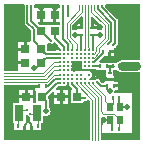
<source format=gtl>
G04*
G04 #@! TF.GenerationSoftware,Altium Limited,Altium Designer,19.0.15 (446)*
G04*
G04 Layer_Physical_Order=1*
G04 Layer_Color=255*
%FSLAX24Y24*%
%MOIN*%
G70*
G01*
G75*
%ADD10C,0.0079*%
%ADD12C,0.0049*%
%ADD13R,0.0315X0.0295*%
%ADD14R,0.0295X0.0315*%
%ADD15R,0.0106X0.0118*%
%ADD16R,0.0217X0.0256*%
%ADD17C,0.0079*%
%ADD18R,0.0295X0.0551*%
%ADD19R,0.0118X0.0106*%
%ADD28C,0.0090*%
%ADD29C,0.0080*%
%ADD30C,0.0300*%
%ADD31R,0.0354X0.0354*%
%ADD32R,0.0315X0.0300*%
%ADD33C,0.0197*%
%ADD34C,0.0098*%
G36*
X-473Y1977D02*
Y1870D01*
X-600D01*
Y1644D01*
Y1417D01*
X-473D01*
Y1319D01*
X-866D01*
X-866Y1319D01*
X-896D01*
Y1319D01*
X-916Y1319D01*
X-1179D01*
X-1231Y1371D01*
X-1212Y1417D01*
X-1162D01*
Y1644D01*
Y1870D01*
X-1338D01*
Y1978D01*
X-1293Y2007D01*
X-518D01*
X-473Y1977D01*
D02*
G37*
G36*
X280Y1587D02*
Y1346D01*
X277D01*
Y1214D01*
X227D01*
Y1164D01*
X81D01*
X80Y1164D01*
X40Y1139D01*
X35Y1140D01*
X10Y1142D01*
X-15Y1140D01*
X-28Y1137D01*
X-57Y1152D01*
X-78Y1172D01*
Y1294D01*
X234Y1606D01*
X280Y1587D01*
D02*
G37*
G36*
X935Y1265D02*
Y1172D01*
X914Y1152D01*
X885Y1137D01*
X871Y1140D01*
X846Y1142D01*
X822Y1140D01*
X798Y1134D01*
X788Y1131D01*
X752Y1147D01*
X738Y1161D01*
Y1164D01*
X600D01*
Y1214D01*
X550D01*
Y1346D01*
X547D01*
Y1588D01*
X593Y1607D01*
X935Y1265D01*
D02*
G37*
G36*
X-638Y739D02*
X-539Y641D01*
X-538Y620D01*
X-540Y613D01*
X-442Y515D01*
Y482D01*
X-461Y463D01*
X-621D01*
X-637Y447D01*
X-646Y443D01*
X-906D01*
Y682D01*
X-887Y695D01*
X-856Y703D01*
X-851Y700D01*
X-837Y691D01*
X-821Y684D01*
X-804Y680D01*
X-787Y679D01*
X-770Y680D01*
X-754Y684D01*
X-738Y691D01*
X-724Y700D01*
X-711Y711D01*
X-700Y724D01*
X-697Y728D01*
X-661Y739D01*
X-638Y739D01*
X-638Y739D01*
D02*
G37*
G36*
X2184Y131D02*
X2037D01*
X2037Y131D01*
X1588D01*
X1562Y129D01*
X1536Y124D01*
X1511Y116D01*
X1488Y104D01*
X1466Y90D01*
X1446Y72D01*
X1434Y58D01*
X1388Y49D01*
X1388Y49D01*
X1163D01*
Y49D01*
X853D01*
X834Y95D01*
X1008Y269D01*
X1053Y281D01*
X1053Y281D01*
X1135D01*
Y418D01*
X1185D01*
Y468D01*
X1317D01*
Y526D01*
X1318Y527D01*
X1334Y533D01*
X1348Y542D01*
X1361Y553D01*
X1372Y566D01*
X1381Y581D01*
X1386Y591D01*
X1428Y634D01*
X1428Y634D01*
X1441Y649D01*
X1450Y666D01*
X1455Y684D01*
X1457Y704D01*
X1457Y704D01*
Y1440D01*
X1457Y1440D01*
X1455Y1460D01*
X1450Y1478D01*
X1441Y1495D01*
X1428Y1510D01*
X1428Y1510D01*
X1014Y1924D01*
X1015Y1982D01*
X1037Y2004D01*
X1045Y2007D01*
X2184D01*
Y131D01*
D02*
G37*
G36*
X-1664Y1978D02*
Y1384D01*
X-1664Y1384D01*
X-1662Y1365D01*
X-1656Y1346D01*
X-1647Y1329D01*
X-1635Y1314D01*
X-1457Y1136D01*
Y763D01*
X-1457Y763D01*
X-1501Y744D01*
X-1505Y743D01*
X-1594D01*
Y507D01*
X-1644D01*
Y457D01*
X-1870D01*
Y271D01*
Y94D01*
X-1644D01*
Y-6D01*
X-1870D01*
Y-192D01*
X-1908Y-221D01*
X-2343D01*
X-2361Y-173D01*
Y2007D01*
X-1709D01*
X-1664Y1978D01*
D02*
G37*
G36*
X565Y-151D02*
X582Y-160D01*
X601Y-166D01*
X620Y-168D01*
X620Y-168D01*
X733D01*
Y-187D01*
X1055D01*
Y-379D01*
X1035D01*
Y-461D01*
X1310D01*
Y-379D01*
X1291D01*
Y-187D01*
X1388D01*
Y-187D01*
X1434Y-196D01*
X1446Y-210D01*
X1466Y-227D01*
X1488Y-242D01*
X1511Y-253D01*
X1536Y-262D01*
X1562Y-267D01*
X1588Y-268D01*
X2037D01*
X2037Y-268D01*
X2184D01*
Y-2538D01*
X930D01*
X881Y-2520D01*
Y-1794D01*
X885Y-1788D01*
X931Y-1768D01*
X937Y-1773D01*
X935Y-2303D01*
X1919D01*
Y-965D01*
X1370D01*
X1351Y-950D01*
X1328Y-915D01*
X1329Y-905D01*
X1368Y-859D01*
X1445D01*
Y-771D01*
X1313D01*
Y-671D01*
X1445D01*
Y-584D01*
X1310D01*
Y-561D01*
X1035D01*
Y-603D01*
X977D01*
Y-622D01*
X922D01*
X861Y-561D01*
X857Y-551D01*
X848Y-536D01*
X837Y-523D01*
X824Y-512D01*
X809Y-503D01*
X794Y-497D01*
X777Y-493D01*
X760Y-491D01*
X743Y-493D01*
X726Y-497D01*
X711Y-503D01*
X696Y-512D01*
X683Y-523D01*
X672Y-536D01*
X672Y-536D01*
X658Y-529D01*
X639Y-523D01*
X620Y-521D01*
X601Y-523D01*
X582Y-529D01*
X565Y-538D01*
X551Y-549D01*
X537Y-538D01*
X520Y-529D01*
X503Y-523D01*
X488Y-497D01*
X486Y-487D01*
X510Y-451D01*
X516Y-449D01*
X532Y-443D01*
X544Y-435D01*
X550Y-440D01*
X566Y-450D01*
X570Y-452D01*
Y-410D01*
X570Y-410D01*
X579Y-395D01*
X586Y-379D01*
X590Y-363D01*
X591Y-346D01*
X591Y-344D01*
X590Y-329D01*
X586Y-312D01*
X579Y-297D01*
X570Y-282D01*
X570Y-282D01*
Y-237D01*
X566Y-239D01*
X550Y-249D01*
X549Y-250D01*
X510Y-238D01*
X503Y-221D01*
X499Y-207D01*
X502Y-196D01*
X513Y-173D01*
X516Y-172D01*
X532Y-166D01*
X546Y-157D01*
X559Y-146D01*
X565Y-151D01*
D02*
G37*
G36*
X-168Y-672D02*
X-166Y-691D01*
X-160Y-710D01*
X-157Y-716D01*
Y-727D01*
X-153Y-726D01*
X-152Y-726D01*
X-151Y-727D01*
X-139Y-742D01*
X-65Y-816D01*
X-85Y-866D01*
X-118D01*
Y-1299D01*
X295D01*
Y-1259D01*
X301Y-1249D01*
X329Y-1226D01*
X345Y-1220D01*
X354Y-1221D01*
X371Y-1219D01*
X388Y-1215D01*
X404Y-1209D01*
X418Y-1200D01*
X431Y-1189D01*
X478Y-1187D01*
X516Y-1218D01*
Y-2520D01*
X468Y-2538D01*
X-2361D01*
Y-733D01*
X-2343Y-684D01*
X-1317D01*
Y-688D01*
X-1185D01*
Y-788D01*
X-1317D01*
Y-876D01*
X-1289D01*
Y-1299D01*
X-1338Y-1303D01*
X-1388D01*
Y-1133D01*
X-1841D01*
Y-1303D01*
X-2040D01*
Y-1972D01*
X-1999D01*
Y-2179D01*
X-1794D01*
Y-2199D01*
X-1712D01*
Y-2061D01*
X-1612D01*
Y-2199D01*
X-1576D01*
Y-2199D01*
X-1494D01*
Y-2061D01*
X-1394D01*
Y-2199D01*
X-1312D01*
Y-2179D01*
X-1107D01*
Y-1972D01*
X-1056D01*
Y-1746D01*
X-1050Y-1738D01*
X-1006Y-1714D01*
X-1004Y-1715D01*
X-979Y-1721D01*
X-955Y-1723D01*
X-930Y-1721D01*
X-906Y-1715D01*
X-883Y-1706D01*
X-862Y-1693D01*
X-843Y-1677D01*
X-827Y-1658D01*
X-814Y-1637D01*
X-804Y-1614D01*
X-799Y-1590D01*
X-797Y-1565D01*
X-799Y-1540D01*
X-804Y-1516D01*
X-814Y-1493D01*
X-827Y-1472D01*
X-843Y-1453D01*
X-856Y-1442D01*
Y-1211D01*
X-858Y-1191D01*
X-863Y-1173D01*
X-872Y-1156D01*
X-876Y-1151D01*
Y-1048D01*
X-719Y-891D01*
X-669Y-912D01*
Y-1033D01*
X-493D01*
Y-846D01*
X-604D01*
X-624Y-796D01*
X-547Y-719D01*
X-482D01*
X-463Y-717D01*
X-444Y-711D01*
X-427Y-702D01*
X-413Y-691D01*
X-399Y-702D01*
X-382Y-711D01*
X-364Y-717D01*
X-344Y-719D01*
X-325Y-717D01*
X-307Y-711D01*
X-291Y-703D01*
X-290Y-704D01*
X-276Y-716D01*
X-260Y-726D01*
X-257Y-727D01*
Y-665D01*
X-253Y-658D01*
X-247Y-639D01*
X-246Y-620D01*
X-168D01*
Y-672D01*
D02*
G37*
G36*
X-1573Y-1693D02*
X-1564Y-1708D01*
X-1553Y-1720D01*
X-1540Y-1732D01*
X-1526Y-1740D01*
X-1510Y-1747D01*
X-1493Y-1751D01*
X-1476Y-1752D01*
X-1469Y-1759D01*
Y-1923D01*
X-1530D01*
Y-1923D01*
X-1627D01*
Y-1691D01*
X-1580Y-1677D01*
X-1573Y-1693D01*
D02*
G37*
%LPC*%
G36*
X-700Y1870D02*
X-1062D01*
Y1644D01*
Y1417D01*
X-700D01*
Y1644D01*
Y1870D01*
D02*
G37*
G36*
X177Y1346D02*
X90D01*
Y1264D01*
X177D01*
Y1346D01*
D02*
G37*
G36*
X738D02*
X650D01*
Y1264D01*
X738D01*
Y1346D01*
D02*
G37*
G36*
X1317Y368D02*
X1235D01*
Y281D01*
X1317D01*
Y368D01*
D02*
G37*
G36*
X-1694Y743D02*
X-1870D01*
Y557D01*
X-1694D01*
Y743D01*
D02*
G37*
G36*
X727Y-394D02*
X670D01*
Y-452D01*
X674Y-450D01*
X690Y-440D01*
X704Y-428D01*
X716Y-414D01*
X726Y-398D01*
X727Y-394D01*
D02*
G37*
G36*
X-1388Y-846D02*
X-1564D01*
Y-1033D01*
X-1388D01*
Y-846D01*
D02*
G37*
G36*
X-1664D02*
X-1841D01*
Y-1033D01*
X-1664D01*
Y-846D01*
D02*
G37*
G36*
X-217Y-846D02*
X-393D01*
Y-1033D01*
X-217D01*
Y-846D01*
D02*
G37*
G36*
Y-1133D02*
X-393D01*
Y-1319D01*
X-217D01*
Y-1133D01*
D02*
G37*
G36*
X-493D02*
X-669D01*
Y-1319D01*
X-493D01*
Y-1133D01*
D02*
G37*
%LPD*%
D10*
X-1112Y1112D02*
X-787Y787D01*
X-1437Y1437D02*
Y1978D01*
Y1437D02*
X-1112Y1112D01*
X-1565Y1384D02*
Y1978D01*
X-1112Y54D02*
X-1004Y162D01*
X-994D01*
X-950Y207D01*
X-1112Y497D02*
Y507D01*
Y497D02*
X-1004Y389D01*
X-994D01*
X-950Y344D01*
X-482D01*
X-950Y207D02*
X-482D01*
X-1112Y507D02*
Y517D01*
X-1358Y763D02*
Y1177D01*
X-1565Y1384D02*
X-1358Y1177D01*
Y763D02*
X-1112Y517D01*
Y34D02*
Y44D01*
X-1220Y-74D02*
X-1112Y34D01*
X-1230Y-74D02*
X-1220D01*
X-1261Y-104D02*
X-1230Y-74D01*
X-1325Y-104D02*
X-1261D01*
X-1348Y-127D02*
X-1325Y-104D01*
X1201Y-1870D02*
X1257D01*
X974D02*
X1201D01*
X974Y-1870D02*
X974Y-1870D01*
X1257Y-2165D02*
Y-1870D01*
X1535Y-1417D02*
X1762D01*
X1500Y-1382D02*
X1535Y-1417D01*
X1500Y-1382D02*
Y-1112D01*
X1761Y-1419D02*
X1762Y-1417D01*
X1752Y-1419D02*
X1761D01*
X79Y-1083D02*
Y-820D01*
Y-1083D02*
X84Y-1088D01*
X89Y-1083D02*
X118Y-1112D01*
X354D01*
X-69Y-672D02*
X79Y-820D01*
X-207Y-758D02*
X-148Y-817D01*
X-1388Y-807D02*
Y-768D01*
X-1358Y-738D01*
X-1185D01*
X-207Y-758D02*
Y-620D01*
X-955Y-1565D02*
Y-1211D01*
X-1083Y-1083D02*
X-955Y-1211D01*
X902Y1897D02*
Y1969D01*
X1284Y630D02*
X1358Y704D01*
Y1440D01*
X902Y1897D02*
X1358Y1440D01*
X774Y1844D02*
Y1969D01*
X1134Y674D02*
X1230Y771D01*
Y1387D01*
X774Y1844D02*
X1230Y1387D01*
X667Y69D02*
X960Y362D01*
Y418D01*
X-640Y-482D02*
X-482D01*
X-896Y-738D02*
X-640Y-482D01*
X-961Y-738D02*
X-896D01*
X-588Y-620D02*
X-482D01*
X-1050Y-1083D02*
X-588Y-620D01*
X-1083Y-1083D02*
X-1050D01*
X-69Y-672D02*
Y-620D01*
X881Y-721D02*
X1089D01*
X760Y-600D02*
X881Y-721D01*
X620Y69D02*
X667D01*
X207Y970D02*
X226Y990D01*
X16D02*
X226D01*
X344Y-207D02*
X517D01*
X1089Y-823D02*
Y-721D01*
Y-823D02*
X1171Y-905D01*
X700Y1382D02*
X817Y1265D01*
X-1549Y-1901D02*
X-1548Y-1901D01*
X-1662Y-2015D02*
X-1549Y-1901D01*
X-1662Y-2061D02*
Y-2015D01*
X-1548Y-1901D02*
X-1444Y-2005D01*
Y-2061D02*
Y-2005D01*
X518Y-208D02*
X539D01*
X620Y-289D01*
Y-344D02*
Y-289D01*
Y-69D02*
X845D01*
X1132Y-511D02*
X1173D01*
X924Y-303D02*
X1132Y-511D01*
X207Y-207D02*
X344D01*
X517D02*
X518Y-208D01*
X811Y990D02*
X817Y984D01*
X600Y990D02*
X811D01*
X600D02*
X620Y970D01*
Y482D02*
Y970D01*
X207Y482D02*
Y970D01*
X10Y984D02*
X16Y990D01*
X-344Y482D02*
Y586D01*
X-650Y891D02*
X-344Y586D01*
X-650Y891D02*
Y1112D01*
X-207Y1604D02*
Y1977D01*
Y482D02*
Y658D01*
X-374Y825D02*
X-207Y658D01*
X-374Y825D02*
Y1977D01*
X11Y1228D02*
X214D01*
X227Y1214D01*
X614Y1228D02*
X817D01*
X600Y1214D02*
X614Y1228D01*
X11D02*
Y1265D01*
X128Y1382D01*
D12*
X620Y-644D02*
Y-620D01*
X1317Y-1645D02*
X1482Y-1811D01*
X966Y-1645D02*
X1317D01*
X896Y-1575D02*
X966Y-1645D01*
X896Y-1575D02*
Y-1059D01*
X482Y-645D02*
Y-620D01*
Y-645D02*
X896Y-1059D01*
X1201Y-1417D02*
Y-1398D01*
X1482Y-2165D02*
Y-1811D01*
X1201Y-1398D02*
X1276Y-1323D01*
Y-1101D01*
X620Y-644D02*
X1024Y-1048D01*
Y-1220D02*
Y-1048D01*
Y-1220D02*
X1201Y-1398D01*
Y-1417D02*
Y-1398D01*
X-2343Y-305D02*
X-1044D01*
X-1003Y-404D02*
X-669Y-69D01*
X-2343Y-404D02*
X-1003D01*
X-2343Y-502D02*
X-962D01*
X-2343Y-600D02*
X-922D01*
X69Y-650D02*
X600Y-1181D01*
X207Y-648D02*
X699Y-1140D01*
X207Y-648D02*
Y-620D01*
X344Y-647D02*
X797Y-1100D01*
X344Y-647D02*
Y-620D01*
X797Y-2520D02*
Y-1100D01*
X699Y-2520D02*
Y-1140D01*
X600Y-2520D02*
Y-1181D01*
X733Y587D02*
X1019Y872D01*
Y1300D01*
X562Y1756D02*
X1019Y1300D01*
X660Y1797D02*
Y1988D01*
X832Y546D02*
X1117Y831D01*
Y1340D01*
X660Y1797D02*
X1117Y1340D01*
X562Y1756D02*
Y1988D01*
X733Y434D02*
Y587D01*
X832Y393D02*
Y546D01*
X645Y207D02*
X832Y393D01*
X644Y344D02*
X733Y434D01*
X69Y-650D02*
Y-620D01*
X-261Y1370D02*
X167Y1798D01*
Y1988D01*
X-162Y1329D02*
X266Y1757D01*
Y1988D01*
X463Y566D02*
Y1988D01*
Y566D02*
X482Y546D01*
Y482D02*
Y546D01*
X364Y566D02*
Y1988D01*
X344Y546D02*
X364Y566D01*
X344Y482D02*
Y546D01*
X-1476Y-1644D02*
X-1269D01*
X-1263Y-1638D01*
X-922Y-600D02*
X-666Y-344D01*
X-962Y-502D02*
X-667Y-207D01*
X-1044Y-305D02*
X-670Y69D01*
X-666Y-344D02*
X-482D01*
X-667Y-207D02*
X-482D01*
X-669Y-69D02*
X-482D01*
X-670Y69D02*
X-482D01*
X-1593Y-1535D02*
X-1568Y-1510D01*
X69Y482D02*
Y682D01*
X-162Y913D02*
X69Y682D01*
X-162Y913D02*
Y1329D01*
X-69Y482D02*
Y680D01*
X-261Y872D02*
X-69Y680D01*
X-261Y872D02*
Y1370D01*
X620Y344D02*
X644D01*
X-1731Y-1535D02*
X-1593D01*
X-1824Y-1628D02*
X-1731Y-1535D01*
X-1887Y-1691D02*
X-1834Y-1638D01*
X-1887Y-2061D02*
Y-1691D01*
X-1263Y-1638D02*
X-1219Y-1681D01*
Y-2061D02*
Y-1681D01*
X620Y207D02*
X645D01*
D13*
X-1112Y1644D02*
D03*
Y1112D02*
D03*
X-650D02*
D03*
Y1644D02*
D03*
D14*
X-1644Y44D02*
D03*
X-1112D02*
D03*
X-1644Y507D02*
D03*
X-1112D02*
D03*
X-1083Y-1083D02*
D03*
X-1614D02*
D03*
X-443Y-1083D02*
D03*
X89D02*
D03*
D15*
X1500Y-1112D02*
D03*
X1276D02*
D03*
X1257Y-2165D02*
D03*
X1482D02*
D03*
X1089Y-721D02*
D03*
X1313D02*
D03*
X1275Y-69D02*
D03*
X1500D02*
D03*
X845Y-69D02*
D03*
X1070D02*
D03*
X-1444Y-2061D02*
D03*
X-1219D02*
D03*
X-1662Y-2061D02*
D03*
X-1887Y-2061D02*
D03*
X1185Y418D02*
D03*
X960D02*
D03*
X-1185Y-738D02*
D03*
X-961D02*
D03*
D16*
X1535Y-1870D02*
D03*
X1201Y-1870D02*
D03*
Y-1417D02*
D03*
X1535Y-1417D02*
D03*
D17*
X344Y344D02*
D03*
X620Y-344D02*
D03*
X482D02*
D03*
X620Y-620D02*
D03*
X-482Y482D02*
D03*
X-344D02*
D03*
X-207D02*
D03*
X-69D02*
D03*
X69D02*
D03*
X207D02*
D03*
X344D02*
D03*
X482D02*
D03*
X620D02*
D03*
X-482Y344D02*
D03*
X-344D02*
D03*
X-207D02*
D03*
X-69D02*
D03*
X69D02*
D03*
X207D02*
D03*
X482D02*
D03*
X620D02*
D03*
X-482Y207D02*
D03*
X-344D02*
D03*
X-69D02*
D03*
X69D02*
D03*
X207D02*
D03*
X344D02*
D03*
X482D02*
D03*
X620D02*
D03*
X-482Y69D02*
D03*
X-344D02*
D03*
X-207D02*
D03*
X-69D02*
D03*
X69D02*
D03*
X207D02*
D03*
X344D02*
D03*
X482D02*
D03*
X620D02*
D03*
X-482Y-69D02*
D03*
X-344D02*
D03*
X-207D02*
D03*
X-69D02*
D03*
X69D02*
D03*
X207D02*
D03*
X344D02*
D03*
X482D02*
D03*
X620D02*
D03*
X-482Y-207D02*
D03*
X-344D02*
D03*
X-207D02*
D03*
X-69D02*
D03*
X69D02*
D03*
X207D02*
D03*
X344D02*
D03*
X-482Y-344D02*
D03*
X-344D02*
D03*
X-207D02*
D03*
X-69D02*
D03*
X69D02*
D03*
X207D02*
D03*
X-482Y-482D02*
D03*
X-344D02*
D03*
X-207D02*
D03*
X-69D02*
D03*
X69D02*
D03*
X207D02*
D03*
X344D02*
D03*
X-482Y-620D02*
D03*
X-344D02*
D03*
X-207D02*
D03*
X-69D02*
D03*
X69D02*
D03*
X207D02*
D03*
X344D02*
D03*
X482D02*
D03*
D18*
X-1834Y-1638D02*
D03*
X-1263D02*
D03*
D19*
X600Y1214D02*
D03*
Y990D02*
D03*
X227Y1214D02*
D03*
Y990D02*
D03*
X1173Y-287D02*
D03*
Y-511D02*
D03*
D28*
X1072Y-69D02*
X1178D01*
X1275D01*
X1280D01*
D29*
X1173Y-74D02*
X1178Y-69D01*
X1173Y-287D02*
Y-74D01*
D30*
X1588Y-69D02*
X2037D01*
D31*
X69Y-69D02*
D03*
D32*
X2030Y-69D02*
D03*
D33*
X-1585Y1083D02*
D03*
X-1969Y54D02*
D03*
X-1969Y517D02*
D03*
X-1112Y1890D02*
D03*
X-1348Y-127D02*
D03*
X2067Y-2421D02*
D03*
X2067Y-1093D02*
D03*
X1004Y-2421D02*
D03*
X974Y-1870D02*
D03*
X1752Y-1419D02*
D03*
X1427Y453D02*
D03*
X394Y-1624D02*
D03*
X-974Y-2057D02*
D03*
X-364Y-2421D02*
D03*
X-955Y-1565D02*
D03*
X157Y20D02*
D03*
X-167Y-1388D02*
D03*
X-20Y-157D02*
D03*
X157Y-2096D02*
D03*
X-974Y-2421D02*
D03*
X1535Y-709D02*
D03*
X1171Y-905D02*
D03*
X2067Y797D02*
D03*
X1575Y1299D02*
D03*
X2067Y1890D02*
D03*
X1220Y1890D02*
D03*
X394Y-2411D02*
D03*
X-817Y600D02*
D03*
X1722Y-389D02*
D03*
X2067Y249D02*
D03*
X2047Y-389D02*
D03*
X1722Y249D02*
D03*
X1148Y190D02*
D03*
X924Y-303D02*
D03*
X1440Y-380D02*
D03*
X846Y984D02*
D03*
X10D02*
D03*
X10Y1228D02*
D03*
X846D02*
D03*
X-2244Y-98D02*
D03*
Y778D02*
D03*
X-1949Y-1181D02*
D03*
X-650Y1890D02*
D03*
X2067Y1299D02*
D03*
X-1783Y1890D02*
D03*
X-2244Y1368D02*
D03*
Y1890D02*
D03*
X-2234Y-2421D02*
D03*
D34*
X-787Y787D02*
D03*
X-344Y344D02*
D03*
X354Y-1112D02*
D03*
X344Y-69D02*
D03*
Y69D02*
D03*
Y207D02*
D03*
X207Y207D02*
D03*
X69Y207D02*
D03*
X1134Y674D02*
D03*
X1284Y630D02*
D03*
X-1368Y-827D02*
D03*
X-69Y-344D02*
D03*
X69D02*
D03*
X-207D02*
D03*
X207Y-344D02*
D03*
X-207Y-207D02*
D03*
Y-69D02*
D03*
Y69D02*
D03*
X-69Y207D02*
D03*
X-1548Y-1770D02*
D03*
X-1476Y-1644D02*
D03*
X-344Y-207D02*
D03*
Y-69D02*
D03*
Y69D02*
D03*
Y207D02*
D03*
X344Y344D02*
D03*
X-482Y482D02*
D03*
X760Y-600D02*
D03*
X482Y-346D02*
D03*
X344Y-482D02*
D03*
X-344D02*
D03*
X-207D02*
D03*
X-69D02*
D03*
X69D02*
D03*
X207D02*
D03*
X482Y-69D02*
D03*
Y69D02*
D03*
Y207D02*
D03*
Y344D02*
D03*
X-69D02*
D03*
X69D02*
D03*
X207D02*
D03*
X-344Y-344D02*
D03*
X-207Y344D02*
D03*
X-1568Y-1510D02*
D03*
X-207Y1604D02*
D03*
M02*

</source>
